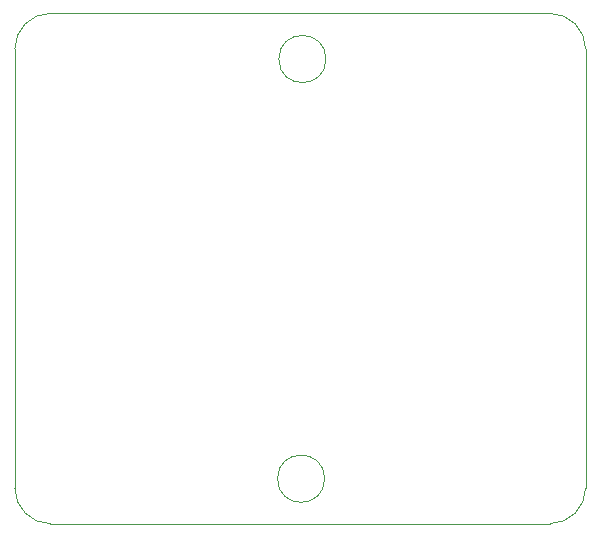
<source format=gbr>
%TF.GenerationSoftware,KiCad,Pcbnew,7.0.2*%
%TF.CreationDate,2024-01-29T20:47:07-05:00*%
%TF.ProjectId,dpx_perv_5x15,6470785f-7065-4727-965f-357831352e6b,rev?*%
%TF.SameCoordinates,Original*%
%TF.FileFunction,Profile,NP*%
%FSLAX46Y46*%
G04 Gerber Fmt 4.6, Leading zero omitted, Abs format (unit mm)*
G04 Created by KiCad (PCBNEW 7.0.2) date 2024-01-29 20:47:07*
%MOMM*%
%LPD*%
G01*
G04 APERTURE LIST*
%TA.AperFunction,Profile*%
%ADD10C,0.100000*%
%TD*%
G04 APERTURE END LIST*
D10*
X67130000Y-69120000D02*
G75*
G03*
X67130000Y-69120000I-2000000J0D01*
G01*
X89215000Y-32725000D02*
G75*
G03*
X86215000Y-29725000I-3000000J0D01*
G01*
X40900000Y-69925000D02*
X40900000Y-32725000D01*
X86215000Y-72925000D02*
G75*
G03*
X89215000Y-69925000I0J3000000D01*
G01*
X43900000Y-29725000D02*
G75*
G03*
X40900000Y-32725000I0J-3000000D01*
G01*
X67240000Y-33590000D02*
G75*
G03*
X67240000Y-33590000I-2000000J0D01*
G01*
X86215000Y-72925000D02*
X43900000Y-72925000D01*
X40900000Y-69925000D02*
G75*
G03*
X43900000Y-72925000I3000000J0D01*
G01*
X43900000Y-29725000D02*
X86215000Y-29725000D01*
X89215000Y-32725000D02*
X89215000Y-69925000D01*
M02*

</source>
